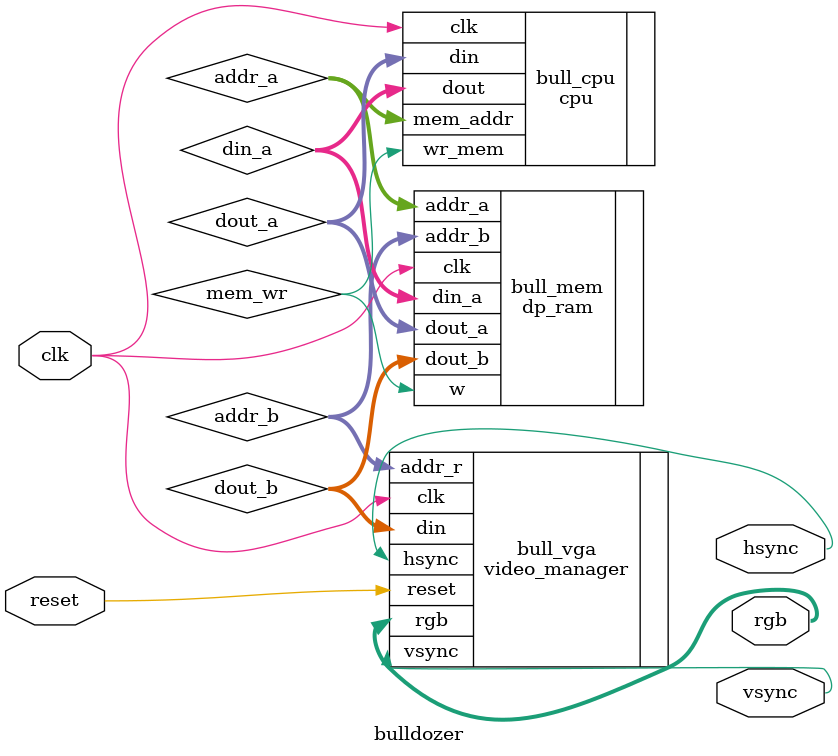
<source format=v>
module bulldozer
   (
   clk, 
	reset,
	hsync,
	vsync,
	rgb
   );
	
//=============Input Ports=============================
	input 	clk;	// Reloj del sistema
	input 	reset;	// Reset
	
//=============Output Ports===========================
	output	hsync;
	output	vsync;
	output	[7:0] rgb;
	
//=============Input ports Data Type===================
	wire 	clk;
	wire 	reset;
	
//=============Output Ports Data Type==================
	wire	hsync;
	wire	vsync;
	wire	[7:0] rgb;
	
//=============Internal Variables======================

	wire    [18:0] addr_a;
	wire    [31:0] din_a;
	wire    [31:0] dout_a;
	wire    [18:0] addr_b;
	wire    [31:0] dout_b;
	wire 		mem_wr;
	
//==========Code startes Here==========================

	cpu bull_cpu(.clk(clk), .din(dout_a), .wr_mem(mem_wr), .mem_addr(addr_a), .dout(din_a));
	video_manager bull_vga(.clk(clk), .reset(reset), .din(dout_b), 
						.hsync(hsync), .vsync(vsync), .rgb(rgb), .addr_r(addr_b));
						
	dp_ram bull_mem(.clk(clk), .w(mem_wr), .addr_a(addr_a), .addr_b(addr_b), 
						.din_a(din_a), .dout_a(dout_a), .dout_b(dout_b));

endmodule

</source>
